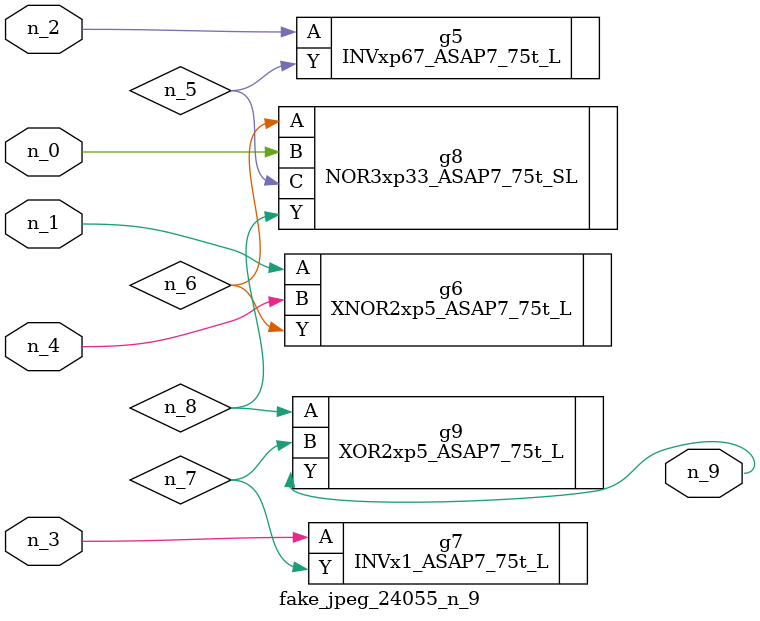
<source format=v>
module fake_jpeg_24055_n_9 (n_3, n_2, n_1, n_0, n_4, n_9);

input n_3;
input n_2;
input n_1;
input n_0;
input n_4;

output n_9;

wire n_8;
wire n_6;
wire n_5;
wire n_7;

INVxp67_ASAP7_75t_L g5 ( 
.A(n_2),
.Y(n_5)
);

XNOR2xp5_ASAP7_75t_L g6 ( 
.A(n_1),
.B(n_4),
.Y(n_6)
);

INVx1_ASAP7_75t_L g7 ( 
.A(n_3),
.Y(n_7)
);

NOR3xp33_ASAP7_75t_SL g8 ( 
.A(n_6),
.B(n_0),
.C(n_5),
.Y(n_8)
);

XOR2xp5_ASAP7_75t_L g9 ( 
.A(n_8),
.B(n_7),
.Y(n_9)
);


endmodule
</source>
